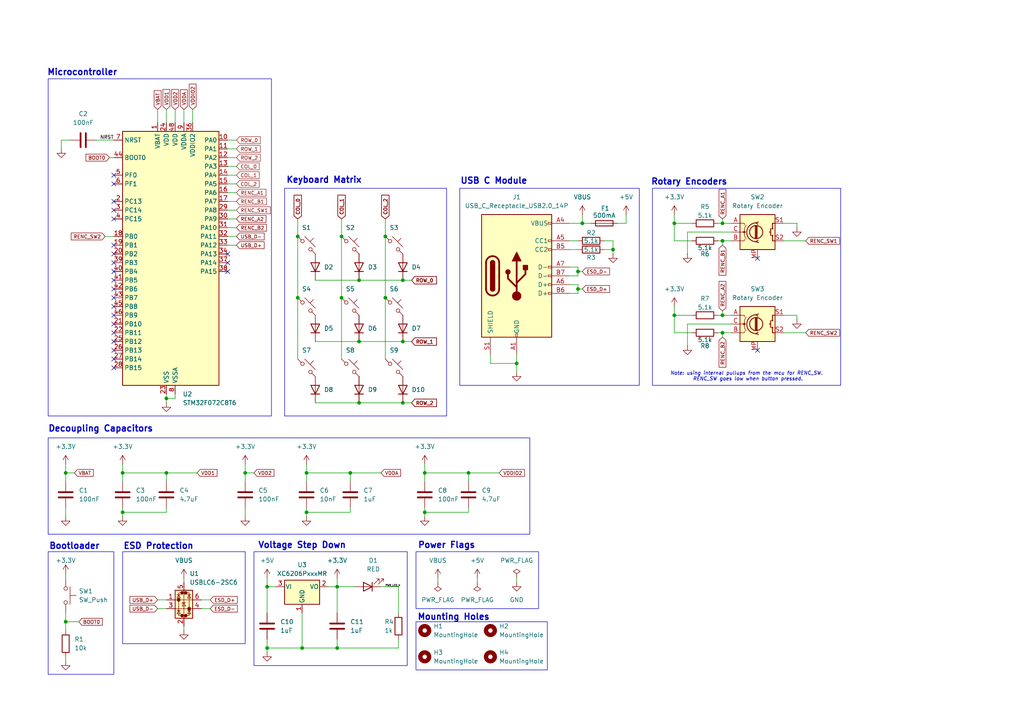
<source format=kicad_sch>
(kicad_sch (version 20231120) (generator "eeschema") (generator_version "8.0")
  (paper "A4")
  (title_block (title "Macropad") (date "2025-05-25") (rev "v1.0") (company "Designed by: Ben Pegg"))
  (junction (at 209.55 64.77))
  (junction (at 167.64 83.82))
  (junction (at 77.47 170.18))
  (junction (at 101.6 137.16))
  (junction (at 88.9 137.16))
  (junction (at 77.47 187.96))
  (junction (at 48.26 137.16))
  (junction (at 99.06 68.58))
  (junction (at 97.79 187.96))
  (junction (at 195.58 91.44))
  (junction (at 123.19 137.16))
  (junction (at 111.76 68.58))
  (junction (at 135.89 137.16))
  (junction (at 104.14 99.06))
  (junction (at 87.63 187.96))
  (junction (at 209.55 69.85))
  (junction (at 71.12 137.16))
  (junction (at 104.14 116.84))
  (junction (at 86.36 68.58))
  (junction (at 168.91 64.77))
  (junction (at 48.26 115.57))
  (junction (at 177.8 72.39))
  (junction (at 88.9 148.59))
  (junction (at 116.84 81.28))
  (junction (at 35.56 148.59))
  (junction (at 97.79 170.18))
  (junction (at 104.14 81.28))
  (junction (at 149.86 105.41))
  (junction (at 35.56 137.16))
  (junction (at 123.19 148.59))
  (junction (at 195.58 64.77))
  (junction (at 111.76 86.36))
  (junction (at 86.36 86.36))
  (junction (at 19.05 137.16))
  (junction (at 209.55 91.44))
  (junction (at 99.06 86.36))
  (junction (at 116.84 116.84))
  (junction (at 19.05 180.34))
  (junction (at 116.84 99.06))
  (junction (at 209.55 96.52))
  (junction (at 167.64 78.74))
  (no_connect (at 33.02 86.36))
  (no_connect (at 33.02 106.68))
  (no_connect (at 219.71 74.93))
  (no_connect (at 66.04 76.2))
  (no_connect (at 33.02 78.74))
  (no_connect (at 33.02 53.34))
  (no_connect (at 66.04 78.74))
  (no_connect (at 33.02 63.5))
  (no_connect (at 33.02 101.6))
  (no_connect (at 33.02 88.9))
  (no_connect (at 33.02 71.12))
  (no_connect (at 33.02 91.44))
  (no_connect (at 33.02 58.42))
  (no_connect (at 33.02 99.06))
  (no_connect (at 33.02 60.96))
  (no_connect (at 33.02 104.14))
  (no_connect (at 33.02 76.2))
  (no_connect (at 66.04 73.66))
  (no_connect (at 33.02 81.28))
  (no_connect (at 33.02 93.98))
  (no_connect (at 33.02 96.52))
  (no_connect (at 33.02 73.66))
  (no_connect (at 219.71 101.6))
  (no_connect (at 33.02 50.8))
  (no_connect (at 33.02 83.82))
  (wire (pts (xy 68.58 58.42) (xy 66.04 58.42)))
  (wire (pts (xy 208.28 91.44) (xy 209.55 91.44)))
  (wire (pts (xy 31.75 45.72) (xy 33.02 45.72)))
  (wire (pts (xy 123.19 137.16) (xy 123.19 139.7)))
  (wire (pts (xy 111.76 63.5) (xy 111.76 68.58)))
  (wire (pts (xy 209.55 69.85) (xy 212.09 69.85)))
  (wire (pts (xy 68.58 50.8) (xy 66.04 50.8)))
  (wire (pts (xy 135.89 137.16) (xy 135.89 139.7)))
  (wire (pts (xy 149.86 168.91) (xy 149.86 167.64)))
  (wire (pts (xy 66.04 45.72) (xy 68.58 45.72)))
  (wire (pts (xy 195.58 91.44) (xy 195.58 96.52)))
  (wire (pts (xy 97.79 167.64) (xy 97.79 170.18)))
  (wire (pts (xy 77.47 170.18) (xy 77.47 177.8)))
  (wire (pts (xy 195.58 64.77) (xy 195.58 69.85)))
  (wire (pts (xy 101.6 147.32) (xy 101.6 148.59)))
  (wire (pts (xy 179.07 64.77) (xy 181.61 64.77)))
  (wire (pts (xy 208.28 64.77) (xy 209.55 64.77)))
  (wire (pts (xy 68.58 40.64) (xy 66.04 40.64)))
  (wire (pts (xy 195.58 64.77) (xy 200.66 64.77)))
  (wire (pts (xy 104.14 81.28) (xy 116.84 81.28)))
  (wire (pts (xy 55.88 31.75) (xy 55.88 35.56)))
  (wire (pts (xy 91.44 116.84) (xy 104.14 116.84)))
  (wire (pts (xy 86.36 86.36) (xy 86.36 104.14)))
  (wire (pts (xy 35.56 148.59) (xy 48.26 148.59)))
  (wire (pts (xy 87.63 187.96) (xy 77.47 187.96)))
  (wire (pts (xy 104.14 99.06) (xy 116.84 99.06)))
  (wire (pts (xy 50.8 114.3) (xy 50.8 115.57)))
  (wire (pts (xy 168.91 64.77) (xy 171.45 64.77)))
  (wire (pts (xy 127 167.64) (xy 127 168.91)))
  (wire (pts (xy 35.56 134.62) (xy 35.56 137.16)))
  (wire (pts (xy 30.48 68.58) (xy 33.02 68.58)))
  (wire (pts (xy 19.05 166.37) (xy 19.05 167.64)))
  (wire (pts (xy 165.1 64.77) (xy 168.91 64.77)))
  (wire (pts (xy 199.39 93.98) (xy 199.39 100.33)))
  (wire (pts (xy 50.8 31.75) (xy 50.8 35.56)))
  (wire (pts (xy 77.47 185.42) (xy 77.47 187.96)))
  (wire (pts (xy 53.34 181.61) (xy 53.34 182.88)))
  (wire (pts (xy 97.79 170.18) (xy 95.25 170.18)))
  (wire (pts (xy 97.79 187.96) (xy 115.57 187.96)))
  (wire (pts (xy 101.6 137.16) (xy 101.6 139.7)))
  (wire (pts (xy 208.28 69.85) (xy 209.55 69.85)))
  (wire (pts (xy 91.44 81.28) (xy 104.14 81.28)))
  (wire (pts (xy 48.26 137.16) (xy 48.26 139.7)))
  (wire (pts (xy 195.58 62.23) (xy 195.58 64.77)))
  (wire (pts (xy 111.76 86.36) (xy 111.76 104.14)))
  (wire (pts (xy 66.04 71.12) (xy 68.58 71.12)))
  (wire (pts (xy 209.55 90.17) (xy 209.55 91.44)))
  (wire (pts (xy 48.26 147.32) (xy 48.26 148.59)))
  (wire (pts (xy 86.36 68.58) (xy 86.36 86.36)))
  (wire (pts (xy 135.89 137.16) (xy 144.78 137.16)))
  (wire (pts (xy 231.14 64.77) (xy 231.14 66.04)))
  (wire (pts (xy 227.33 64.77) (xy 231.14 64.77)))
  (wire (pts (xy 227.33 69.85) (xy 233.68 69.85)))
  (wire (pts (xy 88.9 147.32) (xy 88.9 148.59)))
  (wire (pts (xy 101.6 137.16) (xy 110.49 137.16)))
  (wire (pts (xy 91.44 99.06) (xy 104.14 99.06)))
  (wire (pts (xy 227.33 96.52) (xy 233.68 96.52)))
  (wire (pts (xy 66.04 53.34) (xy 68.58 53.34)))
  (wire (pts (xy 142.24 102.87) (xy 142.24 105.41)))
  (wire (pts (xy 167.64 85.09) (xy 165.1 85.09)))
  (wire (pts (xy 71.12 137.16) (xy 71.12 139.7)))
  (wire (pts (xy 77.47 187.96) (xy 77.47 189.23)))
  (wire (pts (xy 19.05 147.32) (xy 19.05 149.86)))
  (wire (pts (xy 88.9 137.16) (xy 101.6 137.16)))
  (wire (pts (xy 19.05 190.5) (xy 19.05 191.77)))
  (wire (pts (xy 167.64 78.74) (xy 167.64 80.01)))
  (wire (pts (xy 181.61 64.77) (xy 181.61 62.23)))
  (wire (pts (xy 167.64 83.82) (xy 168.91 83.82)))
  (wire (pts (xy 68.58 63.5) (xy 66.04 63.5)))
  (wire (pts (xy 209.55 96.52) (xy 212.09 96.52)))
  (wire (pts (xy 209.55 64.77) (xy 212.09 64.77)))
  (wire (pts (xy 167.64 82.55) (xy 167.64 83.82)))
  (wire (pts (xy 116.84 116.84) (xy 119.38 116.84)))
  (wire (pts (xy 123.19 137.16) (xy 135.89 137.16)))
  (wire (pts (xy 21.59 137.16) (xy 19.05 137.16)))
  (wire (pts (xy 35.56 148.59) (xy 35.56 149.86)))
  (wire (pts (xy 138.43 167.64) (xy 138.43 168.91)))
  (wire (pts (xy 142.24 105.41) (xy 149.86 105.41)))
  (wire (pts (xy 167.64 78.74) (xy 168.91 78.74)))
  (wire (pts (xy 209.55 91.44) (xy 212.09 91.44)))
  (wire (pts (xy 48.26 31.75) (xy 48.26 35.56)))
  (wire (pts (xy 88.9 137.16) (xy 88.9 139.7)))
  (wire (pts (xy 195.58 69.85) (xy 200.66 69.85)))
  (wire (pts (xy 68.58 55.88) (xy 66.04 55.88)))
  (wire (pts (xy 123.19 147.32) (xy 123.19 148.59)))
  (wire (pts (xy 195.58 91.44) (xy 200.66 91.44)))
  (wire (pts (xy 97.79 185.42) (xy 97.79 187.96)))
  (wire (pts (xy 97.79 170.18) (xy 102.87 170.18)))
  (wire (pts (xy 195.58 96.52) (xy 200.66 96.52)))
  (wire (pts (xy 199.39 93.98) (xy 212.09 93.98)))
  (wire (pts (xy 123.19 134.62) (xy 123.19 137.16)))
  (wire (pts (xy 50.8 115.57) (xy 48.26 115.57)))
  (wire (pts (xy 135.89 147.32) (xy 135.89 148.59)))
  (wire (pts (xy 99.06 63.5) (xy 99.06 68.58)))
  (wire (pts (xy 20.32 40.64) (xy 17.78 40.64)))
  (wire (pts (xy 175.26 72.39) (xy 177.8 72.39)))
  (wire (pts (xy 45.72 31.75) (xy 45.72 35.56)))
  (wire (pts (xy 48.26 114.3) (xy 48.26 115.57)))
  (wire (pts (xy 58.42 173.99) (xy 60.96 173.99)))
  (wire (pts (xy 227.33 91.44) (xy 231.14 91.44)))
  (wire (pts (xy 53.34 31.75) (xy 53.34 35.56)))
  (wire (pts (xy 208.28 96.52) (xy 209.55 96.52)))
  (wire (pts (xy 209.55 96.52) (xy 209.55 97.79)))
  (wire (pts (xy 68.58 66.04) (xy 66.04 66.04)))
  (wire (pts (xy 27.94 40.64) (xy 33.02 40.64)))
  (wire (pts (xy 48.26 137.16) (xy 57.15 137.16)))
  (wire (pts (xy 195.58 88.9) (xy 195.58 91.44)))
  (wire (pts (xy 167.64 83.82) (xy 167.64 85.09)))
  (wire (pts (xy 48.26 115.57) (xy 48.26 116.84)))
  (wire (pts (xy 119.38 81.28) (xy 116.84 81.28)))
  (wire (pts (xy 68.58 60.96) (xy 66.04 60.96)))
  (wire (pts (xy 35.56 137.16) (xy 35.56 139.7)))
  (wire (pts (xy 177.8 72.39) (xy 177.8 73.66)))
  (wire (pts (xy 115.57 185.42) (xy 115.57 187.96)))
  (wire (pts (xy 231.14 91.44) (xy 231.14 92.71)))
  (wire (pts (xy 115.57 170.18) (xy 115.57 177.8)))
  (wire (pts (xy 116.84 99.06) (xy 119.38 99.06)))
  (wire (pts (xy 167.64 80.01) (xy 165.1 80.01)))
  (wire (pts (xy 209.55 69.85) (xy 209.55 71.12)))
  (wire (pts (xy 71.12 134.62) (xy 71.12 137.16)))
  (wire (pts (xy 17.78 40.64) (xy 17.78 43.18)))
  (wire (pts (xy 165.1 69.85) (xy 167.64 69.85)))
  (wire (pts (xy 199.39 67.31) (xy 199.39 73.66)))
  (wire (pts (xy 35.56 147.32) (xy 35.56 148.59)))
  (wire (pts (xy 111.76 68.58) (xy 111.76 86.36)))
  (wire (pts (xy 45.72 173.99) (xy 48.26 173.99)))
  (wire (pts (xy 167.64 77.47) (xy 167.64 78.74)))
  (wire (pts (xy 86.36 63.5) (xy 86.36 68.58)))
  (wire (pts (xy 19.05 180.34) (xy 19.05 182.88)))
  (wire (pts (xy 97.79 187.96) (xy 87.63 187.96)))
  (wire (pts (xy 58.42 176.53) (xy 60.96 176.53)))
  (wire (pts (xy 53.34 167.64) (xy 53.34 168.91)))
  (wire (pts (xy 35.56 137.16) (xy 48.26 137.16)))
  (wire (pts (xy 165.1 77.47) (xy 167.64 77.47)))
  (wire (pts (xy 99.06 68.58) (xy 99.06 86.36)))
  (wire (pts (xy 175.26 69.85) (xy 177.8 69.85)))
  (wire (pts (xy 149.86 102.87) (xy 149.86 105.41)))
  (wire (pts (xy 45.72 176.53) (xy 48.26 176.53)))
  (wire (pts (xy 19.05 134.62) (xy 19.05 137.16)))
  (wire (pts (xy 19.05 137.16) (xy 19.05 139.7)))
  (wire (pts (xy 110.49 170.18) (xy 115.57 170.18)))
  (wire (pts (xy 99.06 86.36) (xy 99.06 104.14)))
  (wire (pts (xy 19.05 180.34) (xy 22.86 180.34)))
  (wire (pts (xy 123.19 148.59) (xy 135.89 148.59)))
  (wire (pts (xy 73.66 137.16) (xy 71.12 137.16)))
  (wire (pts (xy 209.55 63.5) (xy 209.55 64.77)))
  (wire (pts (xy 87.63 177.8) (xy 87.63 187.96)))
  (wire (pts (xy 77.47 167.64) (xy 77.47 170.18)))
  (wire (pts (xy 104.14 116.84) (xy 116.84 116.84)))
  (wire (pts (xy 165.1 82.55) (xy 167.64 82.55)))
  (wire (pts (xy 165.1 72.39) (xy 167.64 72.39)))
  (wire (pts (xy 88.9 148.59) (xy 101.6 148.59)))
  (wire (pts (xy 97.79 170.18) (xy 97.79 177.8)))
  (wire (pts (xy 68.58 48.26) (xy 66.04 48.26)))
  (wire (pts (xy 77.47 170.18) (xy 80.01 170.18)))
  (wire (pts (xy 177.8 69.85) (xy 177.8 72.39)))
  (wire (pts (xy 88.9 134.62) (xy 88.9 137.16)))
  (wire (pts (xy 88.9 148.59) (xy 88.9 149.86)))
  (wire (pts (xy 68.58 43.18) (xy 66.04 43.18)))
  (wire (pts (xy 19.05 177.8) (xy 19.05 180.34)))
  (wire (pts (xy 123.19 148.59) (xy 123.19 149.86)))
  (wire (pts (xy 66.04 68.58) (xy 68.58 68.58)))
  (wire (pts (xy 168.91 64.77) (xy 168.91 62.23)))
  (wire (pts (xy 71.12 147.32) (xy 71.12 149.86)))
  (wire (pts (xy 199.39 67.31) (xy 212.09 67.31)))
  (wire (pts (xy 149.86 105.41) (xy 149.86 107.95)))
  (rectangle (start 133.35 54.61) (end 185.42 111.76))
  (rectangle (start 120.65 160.02) (end 156.21 176.53))
  (rectangle (start 13.97 22.86) (end 78.74 120.65))
  (rectangle (start 13.97 160.02) (end 33.02 195.58))
  (rectangle (start 82.55 54.61) (end 129.54 120.65))
  (rectangle (start 35.56 160.02) (end 71.12 186.69))
  (rectangle (start 189.23 54.61) (end 243.84 111.76))
  (rectangle (start 13.97 127) (end 153.67 154.94))
  (rectangle (start 73.66 160.02) (end 118.11 193.04))
  (rectangle (start 120.65 180.34) (end 158.75 194.31))
  (text "Note: using internal pullups from the mcu for RENC_SW. \nRENC_SW goes low when button pressed." (at 216.916 109.22 0) (effects (font (size 1.016 1.016) (italic yes))))
  (text "Voltage Step Down" (at 87.63 158.242 0) (effects (font (size 1.778 1.778) (thickness 0.3556) (bold yes))))
  (text "Keyboard Matrix" (at 93.98 52.324 0) (effects (font (size 1.778 1.778) (thickness 0.3556) (bold yes))))
  (text "Bootloader" (at 21.59 158.496 0) (effects (font (size 1.778 1.778) (thickness 0.3556) (bold yes))))
  (text "Rotary Encoders" (at 199.898 52.832 0) (effects (font (size 1.778 1.778) (thickness 0.3556) (bold yes))))
  (text "Decoupling Capacitors" (at 29.21 124.46 0) (effects (font (size 1.778 1.778) (thickness 0.3556) (bold yes))))
  (text "ESD Protection" (at 45.974 158.496 0) (effects (font (size 1.778 1.778) (thickness 0.3556) (bold yes))))
  (text "Power Flags" (at 129.54 158.242 0) (effects (font (size 1.778 1.778) (thickness 0.3556) (bold yes))))
  (text "USB C Module" (at 143.256 52.578 0) (effects (font (size 1.778 1.778) (thickness 0.3556) (bold yes))))
  (text "Mounting Holes\n" (at 131.572 179.07 0) (effects (font (size 1.778 1.778) (thickness 0.3556) (bold yes))))
  (text "Microcontroller" (at 23.876 21.082 0) (effects (font (size 1.778 1.778) (thickness 0.3556) (bold yes))))
  (label "NRST" (at 33.02 40.64 180) (effects (font (size 1.016 1.016))))
  (label "PWR_LED_K" (at 111.76 170.18 0) (effects (font (size 0.508 0.508))))
  (global_label "COL_1" (shape input) (at 99.06 63.5 90) (effects (font (size 1.016 1.016) (thickness 0.2032) (bold yes))) (property "Intersheetrefs" "${INTERSHEET_REFS}" (effects (hide yes))))
  (global_label "RENC_B2" (shape input) (at 68.58 66.04 0) (effects (font (size 1.016 1.016))) (property "Intersheetrefs" "${INTERSHEET_REFS}" (effects (hide yes))))
  (global_label "VDD1" (shape input) (at 57.15 137.16 0) (effects (font (size 1.016 1.016))) (property "Intersheetrefs" "${INTERSHEET_REFS}" (effects (hide yes))))
  (global_label "ESD_D-" (shape input) (at 168.91 78.74 0) (effects (font (size 1.016 1.016))) (property "Intersheetrefs" "${INTERSHEET_REFS}" (effects (hide yes))))
  (global_label "USB_D-" (shape input) (at 45.72 176.53 180) (effects (font (size 1.016 1.016))) (property "Intersheetrefs" "${INTERSHEET_REFS}" (effects (hide yes))))
  (global_label "ESD_D+" (shape input) (at 60.96 173.99 0) (effects (font (size 1.016 1.016))) (property "Intersheetrefs" "${INTERSHEET_REFS}" (effects (hide yes))))
  (global_label "ROW_2" (shape input) (at 119.38 116.84 0) (effects (font (size 1.016 1.016) (thickness 0.2032) (bold yes))) (property "Intersheetrefs" "${INTERSHEET_REFS}" (effects (hide yes))))
  (global_label "USB_D+" (shape input) (at 68.58 71.12 0) (effects (font (size 1.016 1.016))) (property "Intersheetrefs" "${INTERSHEET_REFS}" (effects (hide yes))))
  (global_label "COL_2" (shape input) (at 68.58 53.34 0) (effects (font (size 1.016 1.016) (thickness 0.127))) (property "Intersheetrefs" "${INTERSHEET_REFS}" (effects (hide yes))))
  (global_label "RENC_B1" (shape input) (at 209.55 71.12 270) (effects (font (size 1.016 1.016))) (property "Intersheetrefs" "${INTERSHEET_REFS}" (effects (hide yes))))
  (global_label "RENC_SW1" (shape input) (at 68.58 60.96 0) (effects (font (size 1.016 1.016) (thickness 0.127))) (property "Intersheetrefs" "${INTERSHEET_REFS}" (effects (hide yes))))
  (global_label "RENC_A1" (shape input) (at 209.55 63.5 90) (effects (font (size 1.016 1.016))) (property "Intersheetrefs" "${INTERSHEET_REFS}" (effects (hide yes))))
  (global_label "RENC_SW2" (shape input) (at 233.68 96.52 0) (effects (font (size 1.016 1.016))) (property "Intersheetrefs" "${INTERSHEET_REFS}" (effects (hide yes))))
  (global_label "USB_D+" (shape input) (at 45.72 173.99 180) (effects (font (size 1.016 1.016))) (property "Intersheetrefs" "${INTERSHEET_REFS}" (effects (hide yes))))
  (global_label "ESD_D+" (shape input) (at 168.91 83.82 0) (effects (font (size 1.016 1.016))) (property "Intersheetrefs" "${INTERSHEET_REFS}" (effects (hide yes))))
  (global_label "ROW_1" (shape input) (at 68.58 43.18 0) (effects (font (size 1.016 1.016) (thickness 0.127))) (property "Intersheetrefs" "${INTERSHEET_REFS}" (effects (hide yes))))
  (global_label "RENC_A2" (shape input) (at 209.55 90.17 90) (effects (font (size 1.016 1.016))) (property "Intersheetrefs" "${INTERSHEET_REFS}" (effects (hide yes))))
  (global_label "VDD1" (shape input) (at 48.26 31.75 90) (effects (font (size 1.016 1.016))) (property "Intersheetrefs" "${INTERSHEET_REFS}" (effects (hide yes))))
  (global_label "VDDIO2" (shape input) (at 144.78 137.16 0) (effects (font (size 1.016 1.016))) (property "Intersheetrefs" "${INTERSHEET_REFS}" (effects (hide yes))))
  (global_label "RENC_A2" (shape input) (at 68.58 63.5 0) (effects (font (size 1.016 1.016))) (property "Intersheetrefs" "${INTERSHEET_REFS}" (effects (hide yes))))
  (global_label "BOOT0" (shape input) (at 22.86 180.34 0) (effects (font (size 1.016 1.016))) (property "Intersheetrefs" "${INTERSHEET_REFS}" (effects (hide yes))))
  (global_label "VDDA" (shape input) (at 53.34 31.75 90) (effects (font (size 1.016 1.016))) (property "Intersheetrefs" "${INTERSHEET_REFS}" (effects (hide yes))))
  (global_label "RENC_SW2" (shape input) (at 30.48 68.58 180) (effects (font (size 1.016 1.016))) (property "Intersheetrefs" "${INTERSHEET_REFS}" (effects (hide yes))))
  (global_label "VDDIO2" (shape input) (at 55.88 31.75 90) (effects (font (size 1.016 1.016))) (property "Intersheetrefs" "${INTERSHEET_REFS}" (effects (hide yes))))
  (global_label "ROW_1" (shape input) (at 119.38 99.06 0) (effects (font (size 1.016 1.016) (thickness 0.2032) (bold yes))) (property "Intersheetrefs" "${INTERSHEET_REFS}" (effects (hide yes))))
  (global_label "COL_2" (shape input) (at 111.76 63.5 90) (effects (font (size 1.016 1.016) (thickness 0.2032) (bold yes))) (property "Intersheetrefs" "${INTERSHEET_REFS}" (effects (hide yes))))
  (global_label "RENC_B2" (shape input) (at 209.55 97.79 270) (effects (font (size 1.016 1.016))) (property "Intersheetrefs" "${INTERSHEET_REFS}" (effects (hide yes))))
  (global_label "VBAT" (shape input) (at 21.59 137.16 0) (effects (font (size 1.016 1.016))) (property "Intersheetrefs" "${INTERSHEET_REFS}" (effects (hide yes))))
  (global_label "RENC_B1" (shape input) (at 68.58 58.42 0) (effects (font (size 1.016 1.016) (thickness 0.127))) (property "Intersheetrefs" "${INTERSHEET_REFS}" (effects (hide yes))))
  (global_label "VDD2" (shape input) (at 73.66 137.16 0) (effects (font (size 1.016 1.016))) (property "Intersheetrefs" "${INTERSHEET_REFS}" (effects (hide yes))))
  (global_label "ROW_0" (shape input) (at 68.58 40.64 0) (effects (font (size 1.016 1.016) (thickness 0.127))) (property "Intersheetrefs" "${INTERSHEET_REFS}" (effects (hide yes))))
  (global_label "VDD2" (shape input) (at 50.8 31.75 90) (effects (font (size 1.016 1.016))) (property "Intersheetrefs" "${INTERSHEET_REFS}" (effects (hide yes))))
  (global_label "ROW_0" (shape input) (at 119.38 81.28 0) (effects (font (size 1.016 1.016) (thickness 0.2032) (bold yes))) (property "Intersheetrefs" "${INTERSHEET_REFS}" (effects (hide yes))))
  (global_label "VBAT" (shape input) (at 45.72 31.75 90) (effects (font (size 1.016 1.016))) (property "Intersheetrefs" "${INTERSHEET_REFS}" (effects (hide yes))))
  (global_label "RENC_SW1" (shape input) (at 233.68 69.85 0) (effects (font (size 1.016 1.016))) (property "Intersheetrefs" "${INTERSHEET_REFS}" (effects (hide yes))))
  (global_label "COL_0" (shape input) (at 68.58 48.26 0) (effects (font (size 1.016 1.016) (thickness 0.127))) (property "Intersheetrefs" "${INTERSHEET_REFS}" (effects (hide yes))))
  (global_label "RENC_A1" (shape input) (at 68.58 55.88 0) (effects (font (size 1.016 1.016) (thickness 0.127))) (property "Intersheetrefs" "${INTERSHEET_REFS}" (effects (hide yes))))
  (global_label "COL_1" (shape input) (at 68.58 50.8 0) (effects (font (size 1.016 1.016) (thickness 0.127))) (property "Intersheetrefs" "${INTERSHEET_REFS}" (effects (hide yes))))
  (global_label "VDDA" (shape input) (at 110.49 137.16 0) (effects (font (size 1.016 1.016))) (property "Intersheetrefs" "${INTERSHEET_REFS}" (effects (hide yes))))
  (global_label "ROW_2" (shape input) (at 68.58 45.72 0) (effects (font (size 1.016 1.016) (thickness 0.127))) (property "Intersheetrefs" "${INTERSHEET_REFS}" (effects (hide yes))))
  (global_label "COL_0" (shape input) (at 86.36 63.5 90) (effects (font (size 1.016 1.016) (thickness 0.2032) (bold yes))) (property "Intersheetrefs" "${INTERSHEET_REFS}" (effects (hide yes))))
  (global_label "ESD_D-" (shape input) (at 60.96 176.53 0) (effects (font (size 1.016 1.016))) (property "Intersheetrefs" "${INTERSHEET_REFS}" (effects (hide yes))))
  (global_label "BOOT0" (shape input) (at 31.75 45.72 180) (effects (font (size 1.016 1.016))) (property "Intersheetrefs" "${INTERSHEET_REFS}" (effects (hide yes))))
  (global_label "USB_D-" (shape input) (at 68.58 68.58 0) (effects (font (size 1.016 1.016))) (property "Intersheetrefs" "${INTERSHEET_REFS}" (effects (hide yes))))
  (symbol (lib_id "Device:D") (at 91.44 77.47 90) (unit 1)
    (property "Reference" "D2" (at 93.98 77.4699 90) (effects (justify right)))
    (property "Value" "1N4148W" (effects (hide yes)))
    (property "Footprint" "Diode_SMD:D_SOD-123" (effects (hide yes)))
    (property "Description" "Diode" (effects (hide yes)))
    (property "Sim.Device" "D" (effects (hide yes)))
    (property "Sim.Pins" "1=K 2=A" (effects (hide yes)))
  )
  (symbol (lib_id "power:GND") (at 48.26 116.84 0) (unit 1)
    (property "Reference" "#PWR03" (effects (hide yes)))
    (property "Value" "GND" (effects (hide yes)))
    (property "Description" "Power symbol creates a global label with name \"GND\" , ground" (effects (hide yes)))
  )
  (symbol (lib_id "Device:C") (at 88.9 143.51 0) (unit 1)
    (property "Reference" "C6" (at 92.71 142.2399 0) (effects (justify left)))
    (property "Value" "10nF" (at 92.71 144.7799 0) (effects (justify left)))
    (property "Footprint" "Capacitor_SMD:C_0603_1608Metric_Pad1.08x0.95mm_HandSolder" (effects (hide yes)))
    (property "Description" "Unpolarized capacitor" (effects (hide yes)))
  )
  (symbol (lib_id "Switch:SW_Push") (at 19.05 172.72 270) (unit 1)
    (property "Reference" "SW1" (at 22.86 171.4499 90) (effects (justify left)))
    (property "Value" "SW_Push" (at 22.86 173.9899 90) (effects (justify left)))
    (property "Footprint" "Button_Switch_SMD:SW_SPST_EVQP7C" (effects (hide yes)))
    (property "Description" "Push button switch, generic, two pins" (effects (hide yes)))
  )
  (symbol (lib_id "power:GND") (at 199.39 73.66 0) (unit 1)
    (property "Reference" "#PWR024" (effects (hide yes)))
    (property "Value" "GND" (effects (hide yes)))
    (property "Description" "Power symbol creates a global label with name \"GND\" , ground" (effects (hide yes)))
  )
  (symbol (lib_id "power:+3.3V") (at 195.58 88.9 0) (unit 1)
    (property "Reference" "#PWR030" (effects (hide yes)))
    (property "Value" "+3.3V" (at 195.58 83.82 0))
    (property "Description" "Power symbol creates a global label with name \"+3.3V\"" (effects (hide yes)))
  )
  (symbol (lib_id "Device:C") (at 24.13 40.64 90) (unit 1)
    (property "Reference" "C2" (at 24.13 33.02 90))
    (property "Value" "100nF" (at 24.13 35.56 90))
    (property "Footprint" "Capacitor_SMD:C_0603_1608Metric_Pad1.08x0.95mm_HandSolder" (effects (hide yes)))
    (property "Description" "Unpolarized capacitor" (effects (hide yes)))
  )
  (symbol (lib_id "Device:RotaryEncoder_Switch_MP") (at 219.71 67.31 0) (unit 1)
    (property "Reference" "SW2" (at 219.71 57.15 0))
    (property "Value" "Rotary Encoder" (at 219.71 59.69 0))
    (property "Footprint" "Rotary_Encoder:RotaryEncoder_Alps_EC11E-Switch_Vertical_H20mm" (effects (hide yes)))
    (property "Description" "Rotary encoder, dual channel, incremental quadrate outputs, with switch and MP Pin" (effects (hide yes)))
  )
  (symbol (lib_id "power:+3.3V") (at 19.05 166.37 0) (unit 1)
    (property "Reference" "#PWR013" (effects (hide yes)))
    (property "Value" "+3.3V" (at 19.05 162.56 0))
    (property "Description" "Power symbol creates a global label with name \"+3.3V\"" (effects (hide yes)))
  )
  (symbol (lib_id "Device:R") (at 204.47 64.77 90) (unit 1)
    (property "Reference" "R5" (at 204.47 59.944 90))
    (property "Value" "5.1k" (at 204.47 62.484 90))
    (property "Footprint" "Resistor_SMD:R_0603_1608Metric_Pad0.98x0.95mm_HandSolder" (effects (hide yes)))
    (property "Description" "Resistor" (effects (hide yes)))
  )
  (symbol (lib_id "power:+5V") (at 77.47 167.64 0) (unit 1)
    (property "Reference" "#PWR021" (effects (hide yes)))
    (property "Value" "+5V" (at 77.47 162.56 0))
    (property "Description" "Power symbol creates a global label with name \"+5V\"" (effects (hide yes)))
  )
  (symbol (lib_id "power:GND") (at 35.56 149.86 0) (unit 1)
    (property "Reference" "#PWR06" (effects (hide yes)))
    (property "Value" "GND" (effects (hide yes)))
    (property "Description" "Power symbol creates a global label with name \"GND\" , ground" (effects (hide yes)))
  )
  (symbol (lib_id "MCU_ST_STM32F0:STM32F072C8Tx") (at 48.26 76.2 0) (unit 1)
    (property "Reference" "U2" (at 52.9941 114.3 0) (effects (justify left)))
    (property "Value" "STM32F072C8T6" (at 52.9941 116.84 0) (effects (justify left)))
    (property "Footprint" "Package_QFP:LQFP-48_7x7mm_P0.5mm" (effects (hide yes)))
    (property "Datasheet" "https://www.st.com/resource/en/datasheet/stm32f072c8.pdf" (effects (hide yes)))
    (property "Description" "STMicroelectronics Arm Cortex-M0 MCU, 64KB flash, 16KB RAM, 48 MHz, 2.0-3.6V, 37 GPIO, LQFP48" (effects (hide yes)))
  )
  (symbol (lib_id "Device:D") (at 104.14 77.47 90) (unit 1)
    (property "Reference" "D3" (at 106.68 77.4699 90) (effects (justify right)))
    (property "Value" "1N4148W" (effects (hide yes)))
    (property "Footprint" "Diode_SMD:D_SOD-123" (effects (hide yes)))
    (property "Description" "Diode" (effects (hide yes)))
    (property "Sim.Device" "D" (effects (hide yes)))
    (property "Sim.Pins" "1=K 2=A" (effects (hide yes)))
  )
  (symbol (lib_id "Device:R") (at 171.45 72.39 90) (unit 1)
    (property "Reference" "R3" (at 171.45 74.676 90))
    (property "Value" "5.1k" (at 171.45 72.39 90))
    (property "Footprint" "Resistor_SMD:R_0603_1608Metric_Pad0.98x0.95mm_HandSolder" (effects (hide yes)))
    (property "Description" "Resistor" (effects (hide yes)))
  )
  (symbol (lib_id "Device:D") (at 104.14 95.25 90) (unit 1)
    (property "Reference" "D6" (at 106.68 95.2499 90) (effects (justify right)))
    (property "Value" "1N4148W" (effects (hide yes)))
    (property "Footprint" "Diode_SMD:D_SOD-123" (effects (hide yes)))
    (property "Description" "Diode" (effects (hide yes)))
    (property "Sim.Device" "D" (effects (hide yes)))
    (property "Sim.Pins" "1=K 2=A" (effects (hide yes)))
  )
  (symbol (lib_id "Device:D") (at 116.84 113.03 90) (unit 1)
    (property "Reference" "D10" (at 119.38 113.0299 90) (effects (justify right)))
    (property "Value" "1N4148W" (effects (hide yes)))
    (property "Footprint" "Diode_SMD:D_SOD-123" (effects (hide yes)))
    (property "Description" "Diode" (effects (hide yes)))
    (property "Sim.Device" "D" (effects (hide yes)))
    (property "Sim.Pins" "1=K 2=A" (effects (hide yes)))
  )
  (symbol (lib_id "Connector:USB_C_Receptacle_USB2.0_14P") (at 149.86 80.01 0) (unit 1)
    (property "Reference" "J1" (at 149.86 57.15 0))
    (property "Value" "USB_C_Receptacle_USB2.0_14P" (at 149.86 59.69 0))
    (property "Footprint" "Connector_USB:USB_C_Receptacle_HRO_TYPE-C-31-M-12" (effects (hide yes)))
    (property "Datasheet" "https://www.usb.org/sites/default/files/documents/usb_type-c.zip" (effects (hide yes)))
    (property "Description" "USB 2.0-only 14P Type-C Receptacle connector" (effects (hide yes)))
  )
  (symbol (lib_id "power:GND") (at 149.86 107.95 0) (unit 1)
    (property "Reference" "#PWR017" (effects (hide yes)))
    (property "Value" "GND" (effects (hide yes)))
    (property "Description" "Power symbol creates a global label with name \"GND\" , ground" (effects (hide yes)))
  )
  (symbol (lib_id "Device:R") (at 204.47 91.44 90) (unit 1)
    (property "Reference" "R7" (at 204.47 86.614 90))
    (property "Value" "5.1k" (at 204.47 89.154 90))
    (property "Footprint" "Resistor_SMD:R_0603_1608Metric_Pad0.98x0.95mm_HandSolder" (effects (hide yes)))
    (property "Description" "Resistor" (effects (hide yes)))
  )
  (symbol (lib_id "Device:C") (at 77.47 181.61 0) (unit 1)
    (property "Reference" "C10" (at 81.28 180.3399 0) (effects (justify left)))
    (property "Value" "1uF" (at 81.28 182.8799 0) (effects (justify left)))
    (property "Footprint" "Capacitor_SMD:C_0603_1608Metric_Pad1.08x0.95mm_HandSolder" (effects (hide yes)))
    (property "Description" "Unpolarized capacitor" (effects (hide yes)))
  )
  (symbol (lib_id "power:GND") (at 123.19 149.86 0) (unit 1)
    (property "Reference" "#PWR012" (effects (hide yes)))
    (property "Value" "GND" (effects (hide yes)))
    (property "Description" "Power symbol creates a global label with name \"GND\" , ground" (effects (hide yes)))
  )
  (symbol (lib_id "power:PWR_FLAG") (at 138.43 168.91 180) (unit 1)
    (property "Reference" "#FLG02" (effects (hide yes)))
    (property "Value" "PWR_FLAG" (at 138.43 173.99 0))
    (property "Description" "Special symbol for telling ERC where power comes from" (effects (hide yes)))
  )
  (symbol (lib_id "Device:C") (at 71.12 143.51 0) (unit 1)
    (property "Reference" "C5" (at 74.93 142.2399 0) (effects (justify left)))
    (property "Value" "100nF" (at 74.93 144.7799 0) (effects (justify left)))
    (property "Footprint" "Capacitor_SMD:C_0603_1608Metric_Pad1.08x0.95mm_HandSolder" (effects (hide yes)))
    (property "Description" "Unpolarized capacitor" (effects (hide yes)))
  )
  (symbol (lib_id "power:VBUS") (at 168.91 62.23 0) (unit 1)
    (property "Reference" "#PWR018" (effects (hide yes)))
    (property "Value" "VBUS" (at 168.91 57.15 0))
    (property "Description" "Power symbol creates a global label with name \"VBUS\"" (effects (hide yes)))
  )
  (symbol (lib_id "scottokeebs:Placeholder_Keyswitch") (at 114.3 71.12 0) (unit 1)
    (property "Reference" "S3" (at 114.3 66.04 0))
    (property "Value" "Keyswitch" (effects (hide yes)))
    (property "Footprint" "ScottoKeebs_MX:MX_PCB_1.00u" (effects (hide yes)))
    (property "Description" "Push button switch, normally open, two pins, 45° tilted" (effects (hide yes)))
  )
  (symbol (lib_id "Mechanical:MountingHole") (at 123.19 190.5 0) (unit 1) (exclude_from_sim yes) (in_bom no)
    (property "Reference" "H3" (at 125.73 189.2299 0) (effects (justify left)))
    (property "Value" "MountingHole" (at 125.73 191.7699 0) (effects (justify left)))
    (property "Footprint" "MountingHole:MountingHole_2.2mm_M2" (effects (hide yes)))
    (property "Description" "Mounting Hole without connection" (effects (hide yes)))
  )
  (symbol (lib_id "Device:R") (at 115.57 181.61 0) (unit 1)
    (property "Reference" "R4" (at 111.506 180.34 0) (effects (justify left)))
    (property "Value" "1k" (at 111.506 182.88 0) (effects (justify left)))
    (property "Footprint" "Resistor_SMD:R_0603_1608Metric_Pad0.98x0.95mm_HandSolder" (effects (hide yes)))
    (property "Description" "Resistor" (effects (hide yes)))
  )
  (symbol (lib_id "Mechanical:MountingHole") (at 142.24 190.5 0) (unit 1) (exclude_from_sim yes) (in_bom no)
    (property "Reference" "H4" (at 144.78 189.2299 0) (effects (justify left)))
    (property "Value" "MountingHole" (at 144.78 191.7699 0) (effects (justify left)))
    (property "Footprint" "MountingHole:MountingHole_2.2mm_M2" (effects (hide yes)))
    (property "Description" "Mounting Hole without connection" (effects (hide yes)))
  )
  (symbol (lib_id "power:+3.3V") (at 123.19 134.62 0) (unit 1)
    (property "Reference" "#PWR011" (effects (hide yes)))
    (property "Value" "+3.3V" (at 123.19 129.54 0))
    (property "Description" "Power symbol creates a global label with name \"+3.3V\"" (effects (hide yes)))
  )
  (symbol (lib_id "Device:C") (at 101.6 143.51 0) (unit 1)
    (property "Reference" "C7" (at 105.41 142.2399 0) (effects (justify left)))
    (property "Value" "1uF" (at 105.41 144.7799 0) (effects (justify left)))
    (property "Footprint" "Capacitor_SMD:C_0603_1608Metric_Pad1.08x0.95mm_HandSolder" (effects (hide yes)))
    (property "Description" "Unpolarized capacitor" (effects (hide yes)))
  )
  (symbol (lib_id "Power_Protection:USBLC6-2SC6") (at 53.34 173.99 0) (unit 1)
    (property "Reference" "U1" (at 54.9911 166.37 0) (effects (justify left)))
    (property "Value" "USBLC6-2SC6" (at 54.9911 168.91 0) (effects (justify left)))
    (property "Footprint" "Package_TO_SOT_SMD:SOT-23-6" (effects (hide yes)))
    (property "Datasheet" "https://www.st.com/resource/en/datasheet/usblc6-2.pdf" (effects (hide yes)))
    (property "Description" "Very low capacitance ESD protection diode, 2 data-line, SOT-23-6" (effects (hide yes)))
  )
  (symbol (lib_id "power:+3.3V") (at 88.9 134.62 0) (unit 1)
    (property "Reference" "#PWR09" (effects (hide yes)))
    (property "Value" "+3.3V" (at 88.9 129.54 0))
    (property "Description" "Power symbol creates a global label with name \"+3.3V\"" (effects (hide yes)))
  )
  (symbol (lib_id "Device:R") (at 204.47 96.52 90) (unit 1)
    (property "Reference" "R8" (at 204.47 100.33 90))
    (property "Value" "5.1k" (at 204.47 98.552 90))
    (property "Footprint" "Resistor_SMD:R_0603_1608Metric_Pad0.98x0.95mm_HandSolder" (effects (hide yes)))
    (property "Description" "Resistor" (effects (hide yes)))
  )
  (symbol (lib_id "scottokeebs:Placeholder_Keyswitch") (at 88.9 106.68 0) (unit 1)
    (property "Reference" "S7" (at 88.9 101.6 0))
    (property "Value" "Keyswitch" (effects (hide yes)))
    (property "Footprint" "ScottoKeebs_MX:MX_PCB_1.00u" (effects (hide yes)))
    (property "Description" "Push button switch, normally open, two pins, 45° tilted" (effects (hide yes)))
  )
  (symbol (lib_id "power:+3.3V") (at 195.58 62.23 0) (unit 1)
    (property "Reference" "#PWR025" (effects (hide yes)))
    (property "Value" "+3.3V" (at 195.58 57.15 0))
    (property "Description" "Power symbol creates a global label with name \"+3.3V\"" (effects (hide yes)))
  )
  (symbol (lib_id "scottokeebs:Placeholder_Keyswitch") (at 114.3 88.9 0) (unit 1)
    (property "Reference" "S6" (at 114.3 83.82 0))
    (property "Value" "Keyswitch" (effects (hide yes)))
    (property "Footprint" "ScottoKeebs_MX:MX_PCB_1.00u" (effects (hide yes)))
    (property "Description" "Push button switch, normally open, two pins, 45° tilted" (effects (hide yes)))
  )
  (symbol (lib_id "power:+3.3V") (at 35.56 134.62 0) (unit 1)
    (property "Reference" "#PWR05" (effects (hide yes)))
    (property "Value" "+3.3V" (at 35.56 129.54 0))
    (property "Description" "Power symbol creates a global label with name \"+3.3V\"" (effects (hide yes)))
  )
  (symbol (lib_id "Device:C") (at 123.19 143.51 0) (unit 1)
    (property "Reference" "C8" (at 127 142.2399 0) (effects (justify left)))
    (property "Value" "100nF" (at 127 144.7799 0) (effects (justify left)))
    (property "Footprint" "Capacitor_SMD:C_0603_1608Metric_Pad1.08x0.95mm_HandSolder" (effects (hide yes)))
    (property "Description" "Unpolarized capacitor" (effects (hide yes)))
  )
  (symbol (lib_id "power:GND") (at 17.78 43.18 0) (unit 1)
    (property "Reference" "#PWR02" (effects (hide yes)))
    (property "Value" "GND" (effects (hide yes)))
    (property "Description" "Power symbol creates a global label with name \"GND\" , ground" (effects (hide yes)))
  )
  (symbol (lib_id "scottokeebs:Placeholder_Keyswitch") (at 101.6 88.9 0) (unit 1)
    (property "Reference" "S5" (at 101.6 83.82 0))
    (property "Value" "Keyswitch" (effects (hide yes)))
    (property "Footprint" "ScottoKeebs_MX:MX_PCB_1.00u" (effects (hide yes)))
    (property "Description" "Push button switch, normally open, two pins, 45° tilted" (effects (hide yes)))
  )
  (symbol (lib_id "Device:D") (at 116.84 77.47 90) (unit 1)
    (property "Reference" "D4" (at 119.38 77.4699 90) (effects (justify right)))
    (property "Value" "1N4148W" (effects (hide yes)))
    (property "Footprint" "Diode_SMD:D_SOD-123" (effects (hide yes)))
    (property "Description" "Diode" (effects (hide yes)))
    (property "Sim.Device" "D" (effects (hide yes)))
    (property "Sim.Pins" "1=K 2=A" (effects (hide yes)))
  )
  (symbol (lib_id "power:GND") (at 199.39 100.33 0) (unit 1)
    (property "Reference" "#PWR031" (effects (hide yes)))
    (property "Value" "GND" (effects (hide yes)))
    (property "Description" "Power symbol creates a global label with name \"GND\" , ground" (effects (hide yes)))
  )
  (symbol (lib_id "power:+3.3V") (at 19.05 134.62 0) (unit 1)
    (property "Reference" "#PWR01" (effects (hide yes)))
    (property "Value" "+3.3V" (at 19.05 129.54 0))
    (property "Description" "Power symbol creates a global label with name \"+3.3V\"" (effects (hide yes)))
  )
  (symbol (lib_id "Device:D") (at 91.44 113.03 90) (unit 1)
    (property "Reference" "D8" (at 93.98 113.0299 90) (effects (justify right)))
    (property "Value" "1N4148W" (effects (hide yes)))
    (property "Footprint" "Diode_SMD:D_SOD-123" (effects (hide yes)))
    (property "Description" "Diode" (effects (hide yes)))
    (property "Sim.Device" "D" (effects (hide yes)))
    (property "Sim.Pins" "1=K 2=A" (effects (hide yes)))
  )
  (symbol (lib_id "Device:D") (at 104.14 113.03 90) (unit 1)
    (property "Reference" "D9" (at 106.68 113.0299 90) (effects (justify right)))
    (property "Value" "1N4148W" (effects (hide yes)))
    (property "Footprint" "Diode_SMD:D_SOD-123" (effects (hide yes)))
    (property "Description" "Diode" (effects (hide yes)))
    (property "Sim.Device" "D" (effects (hide yes)))
    (property "Sim.Pins" "1=K 2=A" (effects (hide yes)))
  )
  (symbol (lib_id "power:VBUS") (at 127 167.64 0) (unit 1)
    (property "Reference" "#PWR027" (effects (hide yes)))
    (property "Value" "VBUS" (at 127 162.56 0))
    (property "Description" "Power symbol creates a global label with name \"VBUS\"" (effects (hide yes)))
  )
  (symbol (lib_id "Device:LED") (at 106.68 170.18 180) (unit 1)
    (property "Reference" "D1" (at 108.2675 162.56 0))
    (property "Value" "RED" (at 108.2675 165.1 0))
    (property "Footprint" "LED_SMD:LED_0603_1608Metric_Pad1.05x0.95mm_HandSolder" (effects (hide yes)))
    (property "Description" "Light emitting diode" (effects (hide yes)))
  )
  (symbol (lib_id "Device:C") (at 135.89 143.51 0) (unit 1)
    (property "Reference" "C9" (at 139.7 142.2399 0) (effects (justify left)))
    (property "Value" "4.7uF" (at 139.7 144.7799 0) (effects (justify left)))
    (property "Footprint" "Capacitor_SMD:C_0603_1608Metric_Pad1.08x0.95mm_HandSolder" (effects (hide yes)))
    (property "Description" "Unpolarized capacitor" (effects (hide yes)))
  )
  (symbol (lib_id "scottokeebs:Placeholder_Keyswitch") (at 101.6 71.12 0) (unit 1)
    (property "Reference" "S2" (at 101.6 66.04 0))
    (property "Value" "Keyswitch" (effects (hide yes)))
    (property "Footprint" "ScottoKeebs_MX:MX_PCB_1.00u" (effects (hide yes)))
    (property "Description" "Push button switch, normally open, two pins, 45° tilted" (effects (hide yes)))
  )
  (symbol (lib_id "Device:RotaryEncoder_Switch_MP") (at 219.71 93.98 0) (unit 1)
    (property "Reference" "SW3" (at 219.71 83.82 0))
    (property "Value" "Rotary Encoder" (at 219.71 86.36 0))
    (property "Footprint" "Rotary_Encoder:RotaryEncoder_Alps_EC11E-Switch_Vertical_H20mm" (effects (hide yes)))
    (property "Description" "Rotary encoder, dual channel, incremental quadrate outputs, with switch and MP Pin" (effects (hide yes)))
  )
  (symbol (lib_id "Device:R") (at 19.05 186.69 0) (unit 1)
    (property "Reference" "R1" (at 21.59 185.4199 0) (effects (justify left)))
    (property "Value" "10k" (at 21.59 187.9599 0) (effects (justify left)))
    (property "Footprint" "Resistor_SMD:R_0603_1608Metric_Pad0.98x0.95mm_HandSolder" (effects (hide yes)))
    (property "Description" "Resistor" (effects (hide yes)))
  )
  (symbol (lib_id "Regulator_Linear:XC6206PxxxMR") (at 87.63 170.18 0) (unit 1)
    (property "Reference" "U3" (at 87.63 163.83 0))
    (property "Value" "XC6206PxxxMR" (at 87.63 166.37 0))
    (property "Footprint" "Package_TO_SOT_SMD:SOT-23-3" (effects (hide yes)))
    (property "Datasheet" "https://www.torexsemi.com/file/xc6206/XC6206.pdf" (effects (hide yes)))
    (property "Description" "Positive 60-250mA Low Dropout Regulator, Fixed Output, SOT-23" (effects (hide yes)))
  )
  (symbol (lib_id "scottokeebs:Placeholder_Keyswitch") (at 88.9 71.12 0) (unit 1)
    (property "Reference" "S1" (at 88.9 66.04 0))
    (property "Value" "Keyswitch" (effects (hide yes)))
    (property "Footprint" "ScottoKeebs_MX:MX_PCB_1.00u" (effects (hide yes)))
    (property "Description" "Push button switch, normally open, two pins, 45° tilted" (effects (hide yes)))
  )
  (symbol (lib_id "power:GND") (at 53.34 182.88 0) (unit 1)
    (property "Reference" "#PWR016" (effects (hide yes)))
    (property "Value" "GND" (effects (hide yes)))
    (property "Description" "Power symbol creates a global label with name \"GND\" , ground" (effects (hide yes)))
  )
  (symbol (lib_id "scottokeebs:Placeholder_Keyswitch") (at 101.6 106.68 0) (unit 1)
    (property "Reference" "S8" (at 101.6 101.6 0))
    (property "Value" "Keyswitch" (effects (hide yes)))
    (property "Footprint" "ScottoKeebs_MX:MX_PCB_1.00u" (effects (hide yes)))
    (property "Description" "Push button switch, normally open, two pins, 45° tilted" (effects (hide yes)))
  )
  (symbol (lib_id "power:GND") (at 71.12 149.86 0) (unit 1)
    (property "Reference" "#PWR08" (effects (hide yes)))
    (property "Value" "GND" (effects (hide yes)))
    (property "Description" "Power symbol creates a global label with name \"GND\" , ground" (effects (hide yes)))
  )
  (symbol (lib_id "power:GND") (at 149.86 168.91 0) (unit 1)
    (property "Reference" "#PWR029" (effects (hide yes)))
    (property "Value" "GND" (at 149.86 173.99 0))
    (property "Description" "Power symbol creates a global label with name \"GND\" , ground" (effects (hide yes)))
  )
  (symbol (lib_id "power:GND") (at 19.05 149.86 0) (unit 1)
    (property "Reference" "#PWR04" (effects (hide yes)))
    (property "Value" "GND" (effects (hide yes)))
    (property "Description" "Power symbol creates a global label with name \"GND\" , ground" (effects (hide yes)))
  )
  (symbol (lib_id "power:GND") (at 19.05 191.77 0) (unit 1)
    (property "Reference" "#PWR014" (effects (hide yes)))
    (property "Value" "GND" (effects (hide yes)))
    (property "Description" "Power symbol creates a global label with name \"GND\" , ground" (effects (hide yes)))
  )
  (symbol (lib_id "power:GND") (at 231.14 92.71 0) (unit 1)
    (property "Reference" "#PWR032" (effects (hide yes)))
    (property "Value" "GND" (effects (hide yes)))
    (property "Description" "Power symbol creates a global label with name \"GND\" , ground" (effects (hide yes)))
  )
  (symbol (lib_id "Device:Fuse") (at 175.26 64.77 90) (unit 1)
    (property "Reference" "F1" (at 175.514 60.452 90))
    (property "Value" "500mA" (at 175.26 62.484 90))
    (property "Footprint" "Fuse:Fuse_1206_3216Metric_Pad1.42x1.75mm_HandSolder" (effects (hide yes)))
    (property "Description" "Fuse" (effects (hide yes)))
  )
  (symbol (lib_id "Mechanical:MountingHole") (at 123.19 182.88 0) (unit 1) (exclude_from_sim yes) (in_bom no)
    (property "Reference" "H1" (at 125.73 181.6099 0) (effects (justify left)))
    (property "Value" "MountingHole" (at 125.73 184.1499 0) (effects (justify left)))
    (property "Footprint" "MountingHole:MountingHole_2.2mm_M2" (effects (hide yes)))
    (property "Description" "Mounting Hole without connection" (effects (hide yes)))
  )
  (symbol (lib_id "power:PWR_FLAG") (at 127 168.91 180) (unit 1)
    (property "Reference" "#FLG01" (effects (hide yes)))
    (property "Value" "PWR_FLAG" (at 127 173.99 0))
    (property "Description" "Special symbol for telling ERC where power comes from" (effects (hide yes)))
  )
  (symbol (lib_id "power:+3.3V") (at 71.12 134.62 0) (unit 1)
    (property "Reference" "#PWR07" (effects (hide yes)))
    (property "Value" "+3.3V" (at 71.12 129.54 0))
    (property "Description" "Power symbol creates a global label with name \"+3.3V\"" (effects (hide yes)))
  )
  (symbol (lib_id "power:+3.3V") (at 97.79 167.64 0) (unit 1)
    (property "Reference" "#PWR022" (effects (hide yes)))
    (property "Value" "+3.3V" (at 97.79 162.56 0))
    (property "Description" "Power symbol creates a global label with name \"+3.3V\"" (effects (hide yes)))
  )
  (symbol (lib_id "Device:D") (at 91.44 95.25 90) (unit 1)
    (property "Reference" "D5" (at 93.98 95.2499 90) (effects (justify right)))
    (property "Value" "1N4148W" (effects (hide yes)))
    (property "Footprint" "Diode_SMD:D_SOD-123" (effects (hide yes)))
    (property "Description" "Diode" (effects (hide yes)))
    (property "Sim.Device" "D" (effects (hide yes)))
    (property "Sim.Pins" "1=K 2=A" (effects (hide yes)))
  )
  (symbol (lib_id "Device:C") (at 97.79 181.61 0) (unit 1)
    (property "Reference" "C11" (at 101.6 180.3399 0) (effects (justify left)))
    (property "Value" "1uF" (at 101.6 182.8799 0) (effects (justify left)))
    (property "Footprint" "Capacitor_SMD:C_0603_1608Metric_Pad1.08x0.95mm_HandSolder" (effects (hide yes)))
    (property "Description" "Unpolarized capacitor" (effects (hide yes)))
  )
  (symbol (lib_id "Device:C") (at 19.05 143.51 0) (unit 1)
    (property "Reference" "C1" (at 22.86 142.2399 0) (effects (justify left)))
    (property "Value" "100nF" (at 22.86 144.7799 0) (effects (justify left)))
    (property "Footprint" "Capacitor_SMD:C_0603_1608Metric_Pad1.08x0.95mm_HandSolder" (effects (hide yes)))
    (property "Description" "Unpolarized capacitor" (effects (hide yes)))
  )
  (symbol (lib_id "Mechanical:MountingHole") (at 142.24 182.88 0) (unit 1) (exclude_from_sim yes) (in_bom no)
    (property "Reference" "H2" (at 144.78 181.6099 0) (effects (justify left)))
    (property "Value" "MountingHole" (at 144.78 184.1499 0) (effects (justify left)))
    (property "Footprint" "MountingHole:MountingHole_2.2mm_M2" (effects (hide yes)))
    (property "Description" "Mounting Hole without connection" (effects (hide yes)))
  )
  (symbol (lib_id "power:GND") (at 177.8 73.66 0) (unit 1)
    (property "Reference" "#PWR020" (effects (hide yes)))
    (property "Value" "GND" (effects (hide yes)))
    (property "Description" "Power symbol creates a global label with name \"GND\" , ground" (effects (hide yes)))
  )
  (symbol (lib_id "power:+5V") (at 138.43 167.64 0) (unit 1)
    (property "Reference" "#PWR028" (effects (hide yes)))
    (property "Value" "+5V" (at 138.43 162.56 0))
    (property "Description" "Power symbol creates a global label with name \"+5V\"" (effects (hide yes)))
  )
  (symbol (lib_id "power:PWR_FLAG") (at 149.86 167.64 0) (unit 1)
    (property "Reference" "#FLG03" (effects (hide yes)))
    (property "Value" "PWR_FLAG" (at 149.86 162.56 0))
    (property "Description" "Special symbol for telling ERC where power comes from" (effects (hide yes)))
  )
  (symbol (lib_id "Device:C") (at 35.56 143.51 0) (unit 1)
    (property "Reference" "C3" (at 39.37 142.2399 0) (effects (justify left)))
    (property "Value" "100nF" (at 39.37 144.7799 0) (effects (justify left)))
    (property "Footprint" "Capacitor_SMD:C_0603_1608Metric_Pad1.08x0.95mm_HandSolder" (effects (hide yes)))
    (property "Description" "Unpolarized capacitor" (effects (hide yes)))
  )
  (symbol (lib_id "power:GND") (at 88.9 149.86 0) (unit 1)
    (property "Reference" "#PWR010" (effects (hide yes)))
    (property "Value" "GND" (effects (hide yes)))
    (property "Description" "Power symbol creates a global label with name \"GND\" , ground" (effects (hide yes)))
  )
  (symbol (lib_id "Device:R") (at 171.45 69.85 90) (unit 1)
    (property "Reference" "R2" (at 171.45 67.564 90))
    (property "Value" "5.1k" (at 171.45 69.85 90))
    (property "Footprint" "Resistor_SMD:R_0603_1608Metric_Pad0.98x0.95mm_HandSolder" (effects (hide yes)))
    (property "Description" "Resistor" (effects (hide yes)))
  )
  (symbol (lib_id "power:VBUS") (at 53.34 167.64 0) (unit 1)
    (property "Reference" "#PWR015" (effects (hide yes)))
    (property "Value" "VBUS" (at 53.34 162.56 0))
    (property "Description" "Power symbol creates a global label with name \"VBUS\"" (effects (hide yes)))
  )
  (symbol (lib_id "scottokeebs:Placeholder_Keyswitch") (at 88.9 88.9 0) (unit 1)
    (property "Reference" "S4" (at 88.9 83.82 0))
    (property "Value" "Keyswitch" (effects (hide yes)))
    (property "Footprint" "ScottoKeebs_MX:MX_PCB_1.00u" (effects (hide yes)))
    (property "Description" "Push button switch, normally open, two pins, 45° tilted" (effects (hide yes)))
  )
  (symbol (lib_id "Device:C") (at 48.26 143.51 0) (unit 1)
    (property "Reference" "C4" (at 52.07 142.2399 0) (effects (justify left)))
    (property "Value" "4.7uF" (at 52.07 144.7799 0) (effects (justify left)))
    (property "Footprint" "Capacitor_SMD:C_0603_1608Metric_Pad1.08x0.95mm_HandSolder" (effects (hide yes)))
    (property "Description" "Unpolarized capacitor" (effects (hide yes)))
  )
  (symbol (lib_id "Device:D") (at 116.84 95.25 90) (unit 1)
    (property "Reference" "D7" (at 119.38 95.2499 90) (effects (justify right)))
    (property "Value" "1N4148W" (effects (hide yes)))
    (property "Footprint" "Diode_SMD:D_SOD-123" (effects (hide yes)))
    (property "Description" "Diode" (effects (hide yes)))
    (property "Sim.Device" "D" (effects (hide yes)))
    (property "Sim.Pins" "1=K 2=A" (effects (hide yes)))
  )
  (symbol (lib_id "power:+5V") (at 181.61 62.23 0) (unit 1)
    (property "Reference" "#PWR019" (effects (hide yes)))
    (property "Value" "+5V" (at 181.61 57.15 0))
    (property "Description" "Power symbol creates a global label with name \"+5V\"" (effects (hide yes)))
  )
  (symbol (lib_id "power:GND") (at 231.14 66.04 0) (unit 1)
    (property "Reference" "#PWR026" (effects (hide yes)))
    (property "Value" "GND" (effects (hide yes)))
    (property "Description" "Power symbol creates a global label with name \"GND\" , ground" (effects (hide yes)))
  )
  (symbol (lib_id "Device:R") (at 204.47 69.85 90) (unit 1)
    (property "Reference" "R6" (at 204.47 73.66 90))
    (property "Value" "5.1k" (at 204.47 71.882 90))
    (property "Footprint" "Resistor_SMD:R_0603_1608Metric_Pad0.98x0.95mm_HandSolder" (effects (hide yes)))
    (property "Description" "Resistor" (effects (hide yes)))
  )
  (symbol (lib_id "scottokeebs:Placeholder_Keyswitch") (at 114.3 106.68 0) (unit 1)
    (property "Reference" "S9" (at 114.3 101.6 0))
    (property "Value" "Keyswitch" (effects (hide yes)))
    (property "Footprint" "ScottoKeebs_MX:MX_PCB_1.00u" (effects (hide yes)))
    (property "Description" "Push button switch, normally open, two pins, 45° tilted" (effects (hide yes)))
  )
  (symbol (lib_id "power:GND") (at 77.47 189.23 0) (unit 1)
    (property "Reference" "#PWR023" (effects (hide yes)))
    (property "Value" "GND" (effects (hide yes)))
    (property "Description" "Power symbol creates a global label with name \"GND\" , ground" (effects (hide yes)))
  )
)
</source>
